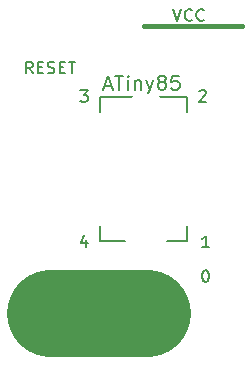
<source format=gto>
%TF.GenerationSoftware,KiCad,Pcbnew,4.0.5-e0-6337~49~ubuntu16.04.1*%
%TF.CreationDate,2017-08-06T21:12:23-07:00*%
%TF.ProjectId,3x4-ATtiny85-8DIP-Breakout,3378342D415474696E7938352D384449,1.0*%
%TF.FileFunction,Legend,Top*%
%FSLAX46Y46*%
G04 Gerber Fmt 4.6, Leading zero omitted, Abs format (unit mm)*
G04 Created by KiCad (PCBNEW 4.0.5-e0-6337~49~ubuntu16.04.1) date Sun Aug  6 21:12:23 2017*
%MOMM*%
%LPD*%
G01*
G04 APERTURE LIST*
%ADD10C,0.350000*%
%ADD11C,7.400000*%
%ADD12C,0.150000*%
%ADD13C,0.406400*%
%ADD14C,0.200000*%
%ADD15C,1.000000*%
%ADD16O,1.752400X1.752400*%
%ADD17C,5.132400*%
G04 APERTURE END LIST*
D10*
D11*
X4269200Y-79146400D02*
X12519200Y-79146400D01*
D12*
X8531200Y-60851400D02*
X8531200Y-62121400D01*
X15881200Y-60851400D02*
X15881200Y-62121400D01*
X15881200Y-73061400D02*
X15881200Y-71791400D01*
X8531200Y-73061400D02*
X8531200Y-71791400D01*
X8531200Y-60851400D02*
X15881200Y-60851400D01*
X8531200Y-73061400D02*
X15881200Y-73061400D01*
D13*
X12269200Y-54896400D02*
X20519200Y-54896400D01*
D14*
X8920971Y-59940800D02*
X9492400Y-59940800D01*
X8806686Y-60283657D02*
X9206686Y-59083657D01*
X9606686Y-60283657D01*
X9835257Y-59083657D02*
X10520971Y-59083657D01*
X10178114Y-60283657D02*
X10178114Y-59083657D01*
X10920971Y-60283657D02*
X10920971Y-59483657D01*
X10920971Y-59083657D02*
X10863828Y-59140800D01*
X10920971Y-59197943D01*
X10978114Y-59140800D01*
X10920971Y-59083657D01*
X10920971Y-59197943D01*
X11492400Y-59483657D02*
X11492400Y-60283657D01*
X11492400Y-59597943D02*
X11549543Y-59540800D01*
X11663829Y-59483657D01*
X11835257Y-59483657D01*
X11949543Y-59540800D01*
X12006686Y-59655086D01*
X12006686Y-60283657D01*
X12463829Y-59483657D02*
X12749543Y-60283657D01*
X13035257Y-59483657D02*
X12749543Y-60283657D01*
X12635257Y-60569371D01*
X12578114Y-60626514D01*
X12463829Y-60683657D01*
X13663829Y-59597943D02*
X13549543Y-59540800D01*
X13492400Y-59483657D01*
X13435257Y-59369371D01*
X13435257Y-59312229D01*
X13492400Y-59197943D01*
X13549543Y-59140800D01*
X13663829Y-59083657D01*
X13892400Y-59083657D01*
X14006686Y-59140800D01*
X14063829Y-59197943D01*
X14120972Y-59312229D01*
X14120972Y-59369371D01*
X14063829Y-59483657D01*
X14006686Y-59540800D01*
X13892400Y-59597943D01*
X13663829Y-59597943D01*
X13549543Y-59655086D01*
X13492400Y-59712229D01*
X13435257Y-59826514D01*
X13435257Y-60055086D01*
X13492400Y-60169371D01*
X13549543Y-60226514D01*
X13663829Y-60283657D01*
X13892400Y-60283657D01*
X14006686Y-60226514D01*
X14063829Y-60169371D01*
X14120972Y-60055086D01*
X14120972Y-59826514D01*
X14063829Y-59712229D01*
X14006686Y-59655086D01*
X13892400Y-59597943D01*
X15206686Y-59083657D02*
X14635257Y-59083657D01*
X14578114Y-59655086D01*
X14635257Y-59597943D01*
X14749543Y-59540800D01*
X15035257Y-59540800D01*
X15149543Y-59597943D01*
X15206686Y-59655086D01*
X15263829Y-59769371D01*
X15263829Y-60055086D01*
X15206686Y-60169371D01*
X15149543Y-60226514D01*
X15035257Y-60283657D01*
X14749543Y-60283657D01*
X14635257Y-60226514D01*
X14578114Y-60169371D01*
D12*
X14746867Y-53452781D02*
X15080200Y-54452781D01*
X15413534Y-53452781D01*
X16318296Y-54357543D02*
X16270677Y-54405162D01*
X16127820Y-54452781D01*
X16032582Y-54452781D01*
X15889724Y-54405162D01*
X15794486Y-54309924D01*
X15746867Y-54214686D01*
X15699248Y-54024210D01*
X15699248Y-53881352D01*
X15746867Y-53690876D01*
X15794486Y-53595638D01*
X15889724Y-53500400D01*
X16032582Y-53452781D01*
X16127820Y-53452781D01*
X16270677Y-53500400D01*
X16318296Y-53548019D01*
X17318296Y-54357543D02*
X17270677Y-54405162D01*
X17127820Y-54452781D01*
X17032582Y-54452781D01*
X16889724Y-54405162D01*
X16794486Y-54309924D01*
X16746867Y-54214686D01*
X16699248Y-54024210D01*
X16699248Y-53881352D01*
X16746867Y-53690876D01*
X16794486Y-53595638D01*
X16889724Y-53500400D01*
X17032582Y-53452781D01*
X17127820Y-53452781D01*
X17270677Y-53500400D01*
X17318296Y-53548019D01*
X6856867Y-60310781D02*
X7475915Y-60310781D01*
X7142581Y-60691733D01*
X7285439Y-60691733D01*
X7380677Y-60739352D01*
X7428296Y-60786971D01*
X7475915Y-60882210D01*
X7475915Y-61120305D01*
X7428296Y-61215543D01*
X7380677Y-61263162D01*
X7285439Y-61310781D01*
X6999724Y-61310781D01*
X6904486Y-61263162D01*
X6856867Y-61215543D01*
X2816819Y-58897781D02*
X2483485Y-58421590D01*
X2245390Y-58897781D02*
X2245390Y-57897781D01*
X2626343Y-57897781D01*
X2721581Y-57945400D01*
X2769200Y-57993019D01*
X2816819Y-58088257D01*
X2816819Y-58231114D01*
X2769200Y-58326352D01*
X2721581Y-58373971D01*
X2626343Y-58421590D01*
X2245390Y-58421590D01*
X3245390Y-58373971D02*
X3578724Y-58373971D01*
X3721581Y-58897781D02*
X3245390Y-58897781D01*
X3245390Y-57897781D01*
X3721581Y-57897781D01*
X4102533Y-58850162D02*
X4245390Y-58897781D01*
X4483486Y-58897781D01*
X4578724Y-58850162D01*
X4626343Y-58802543D01*
X4673962Y-58707305D01*
X4673962Y-58612067D01*
X4626343Y-58516829D01*
X4578724Y-58469210D01*
X4483486Y-58421590D01*
X4293009Y-58373971D01*
X4197771Y-58326352D01*
X4150152Y-58278733D01*
X4102533Y-58183495D01*
X4102533Y-58088257D01*
X4150152Y-57993019D01*
X4197771Y-57945400D01*
X4293009Y-57897781D01*
X4531105Y-57897781D01*
X4673962Y-57945400D01*
X5102533Y-58373971D02*
X5435867Y-58373971D01*
X5578724Y-58897781D02*
X5102533Y-58897781D01*
X5102533Y-57897781D01*
X5578724Y-57897781D01*
X5864438Y-57897781D02*
X6435867Y-57897781D01*
X6150152Y-58897781D02*
X6150152Y-57897781D01*
X7380677Y-72963114D02*
X7380677Y-73629781D01*
X7142581Y-72582162D02*
X6904486Y-73296448D01*
X7523534Y-73296448D01*
X17762915Y-73629781D02*
X17191486Y-73629781D01*
X17477200Y-73629781D02*
X17477200Y-72629781D01*
X17381962Y-72772638D01*
X17286724Y-72867876D01*
X17191486Y-72915495D01*
X17429581Y-75550781D02*
X17524820Y-75550781D01*
X17620058Y-75598400D01*
X17667677Y-75646019D01*
X17715296Y-75741257D01*
X17762915Y-75931733D01*
X17762915Y-76169829D01*
X17715296Y-76360305D01*
X17667677Y-76455543D01*
X17620058Y-76503162D01*
X17524820Y-76550781D01*
X17429581Y-76550781D01*
X17334343Y-76503162D01*
X17286724Y-76455543D01*
X17239105Y-76360305D01*
X17191486Y-76169829D01*
X17191486Y-75931733D01*
X17239105Y-75741257D01*
X17286724Y-75646019D01*
X17334343Y-75598400D01*
X17429581Y-75550781D01*
X16937486Y-60406019D02*
X16985105Y-60358400D01*
X17080343Y-60310781D01*
X17318439Y-60310781D01*
X17413677Y-60358400D01*
X17461296Y-60406019D01*
X17508915Y-60501257D01*
X17508915Y-60596495D01*
X17461296Y-60739352D01*
X16889867Y-61310781D01*
X17508915Y-61310781D01*
%LPC*%
D15*
X6742900Y-56835931D02*
G75*
G03X1856200Y-56921400I-2473700J1692531D01*
G01*
X13970310Y-52658622D02*
G75*
G03X14937200Y-56540400I-1700110J-2484778D01*
G01*
X17572104Y-56370261D02*
G75*
G03X18239200Y-52984400I2699096J1226861D01*
G01*
X17637783Y-77838489D02*
G75*
G03X20398200Y-76225400I2615821J-1307911D01*
G01*
X20270539Y-66227580D02*
G75*
G03X20271200Y-60350400I55363J2938584D01*
G01*
X20270539Y-74228580D02*
G75*
G03X20271200Y-68351400I55363J2938584D01*
G01*
X4269861Y-60188220D02*
G75*
G03X4269200Y-66065400I-55363J-2938584D01*
G01*
X4269861Y-68189220D02*
G75*
G03X4269200Y-74066400I-55363J-2938584D01*
G01*
D16*
X8396200Y-63146400D03*
X8396200Y-65686400D03*
X8396200Y-68226400D03*
X8396200Y-70766400D03*
X16016200Y-70766400D03*
X16016200Y-68226400D03*
X16016200Y-65686400D03*
X16016200Y-63146400D03*
D17*
X12396200Y-63146400D03*
X12396200Y-71146400D03*
M02*

</source>
